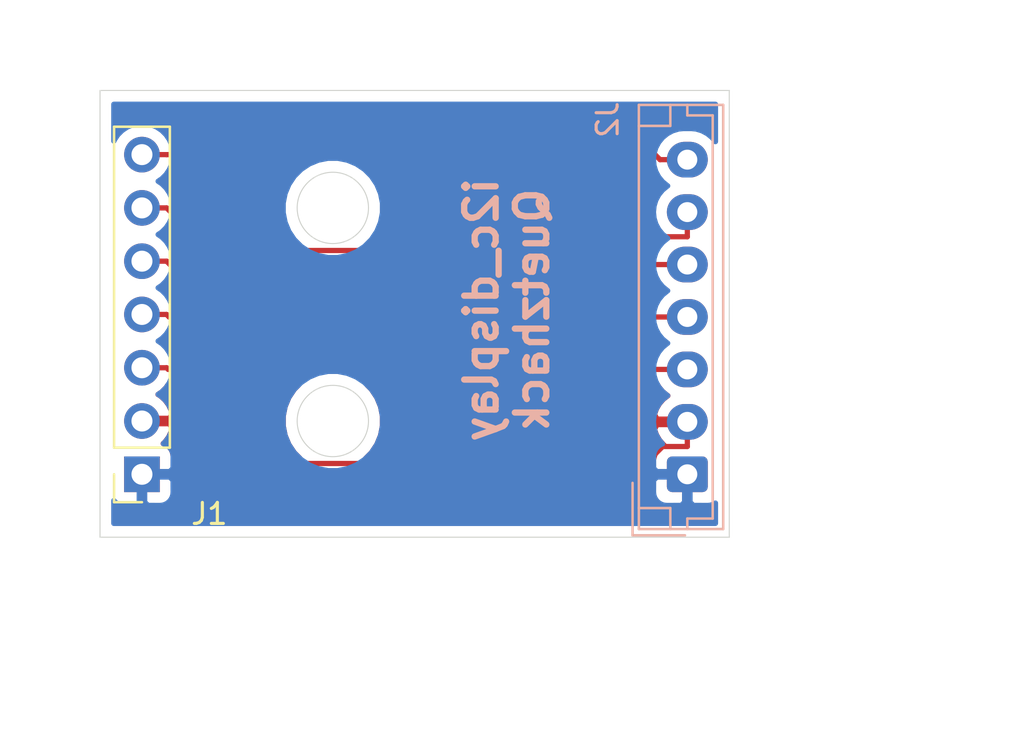
<source format=kicad_pcb>
(kicad_pcb (version 20171130) (host pcbnew 5.1.6-c6e7f7d~87~ubuntu20.04.1)

  (general
    (thickness 1.6)
    (drawings 10)
    (tracks 26)
    (zones 0)
    (modules 2)
    (nets 8)
  )

  (page A4)
  (layers
    (0 F.Cu signal)
    (31 B.Cu signal)
    (32 B.Adhes user)
    (33 F.Adhes user)
    (34 B.Paste user)
    (35 F.Paste user)
    (36 B.SilkS user)
    (37 F.SilkS user)
    (38 B.Mask user)
    (39 F.Mask user)
    (40 Dwgs.User user)
    (41 Cmts.User user)
    (42 Eco1.User user)
    (43 Eco2.User user)
    (44 Edge.Cuts user)
    (45 Margin user)
    (46 B.CrtYd user)
    (47 F.CrtYd user)
    (48 B.Fab user)
    (49 F.Fab user)
  )

  (setup
    (last_trace_width 0.25)
    (trace_clearance 0.2)
    (zone_clearance 0.508)
    (zone_45_only no)
    (trace_min 0.2)
    (via_size 0.8)
    (via_drill 0.4)
    (via_min_size 0.4)
    (via_min_drill 0.3)
    (uvia_size 0.3)
    (uvia_drill 0.1)
    (uvias_allowed no)
    (uvia_min_size 0.2)
    (uvia_min_drill 0.1)
    (edge_width 0.05)
    (segment_width 0.2)
    (pcb_text_width 0.3)
    (pcb_text_size 1.5 1.5)
    (mod_edge_width 0.12)
    (mod_text_size 1 1)
    (mod_text_width 0.15)
    (pad_size 1.7 1.7)
    (pad_drill 1)
    (pad_to_mask_clearance 0.05)
    (aux_axis_origin 168.01084 117.88648)
    (visible_elements FFFFFF7F)
    (pcbplotparams
      (layerselection 0x010fc_ffffffff)
      (usegerberextensions false)
      (usegerberattributes true)
      (usegerberadvancedattributes true)
      (creategerberjobfile true)
      (excludeedgelayer true)
      (linewidth 0.100000)
      (plotframeref false)
      (viasonmask false)
      (mode 1)
      (useauxorigin true)
      (hpglpennumber 1)
      (hpglpenspeed 20)
      (hpglpendiameter 15.000000)
      (psnegative false)
      (psa4output false)
      (plotreference true)
      (plotvalue true)
      (plotinvisibletext false)
      (padsonsilk false)
      (subtractmaskfromsilk false)
      (outputformat 1)
      (mirror false)
      (drillshape 0)
      (scaleselection 1)
      (outputdirectory "gerber/"))
  )

  (net 0 "")
  (net 1 1)
  (net 2 2)
  (net 3 3)
  (net 4 4)
  (net 5 5)
  (net 6 6)
  (net 7 7)

  (net_class Default "This is the default net class."
    (clearance 0.2)
    (trace_width 0.25)
    (via_dia 0.8)
    (via_drill 0.4)
    (uvia_dia 0.3)
    (uvia_drill 0.1)
    (add_net 1)
    (add_net 2)
    (add_net 3)
    (add_net 4)
    (add_net 5)
    (add_net 6)
    (add_net 7)
  )

  (module Connector_PinSocket_2.54mm:PinSocket_1x07_P2.54mm_Vertical (layer F.Cu) (tedit 626BEA8D) (tstamp 626BE3A6)
    (at 170 115 180)
    (descr "Through hole straight socket strip, 1x07, 2.54mm pitch, single row (from Kicad 4.0.7), script generated")
    (tags "Through hole socket strip THT 1x07 2.54mm single row")
    (path /626AE2E1)
    (fp_text reference J1 (at -3.21276 -1.88572) (layer F.SilkS)
      (effects (font (size 1 1) (thickness 0.15)))
    )
    (fp_text value Conn_01x07_Male (at 0 18.01) (layer F.Fab)
      (effects (font (size 1 1) (thickness 0.15)))
    )
    (fp_line (start -1.8 17) (end -1.8 -1.8) (layer F.CrtYd) (width 0.05))
    (fp_line (start 1.75 17) (end -1.8 17) (layer F.CrtYd) (width 0.05))
    (fp_line (start 1.75 -1.8) (end 1.75 17) (layer F.CrtYd) (width 0.05))
    (fp_line (start -1.8 -1.8) (end 1.75 -1.8) (layer F.CrtYd) (width 0.05))
    (fp_line (start 0 -1.33) (end 1.33 -1.33) (layer F.SilkS) (width 0.12))
    (fp_line (start 1.33 -1.33) (end 1.33 0) (layer F.SilkS) (width 0.12))
    (fp_line (start 1.33 1.27) (end 1.33 16.57) (layer F.SilkS) (width 0.12))
    (fp_line (start -1.33 16.57) (end 1.33 16.57) (layer F.SilkS) (width 0.12))
    (fp_line (start -1.33 1.27) (end -1.33 16.57) (layer F.SilkS) (width 0.12))
    (fp_line (start -1.33 1.27) (end 1.33 1.27) (layer F.SilkS) (width 0.12))
    (fp_line (start -1.27 16.51) (end -1.27 -1.27) (layer F.Fab) (width 0.1))
    (fp_line (start 1.27 16.51) (end -1.27 16.51) (layer F.Fab) (width 0.1))
    (fp_line (start 1.27 -0.635) (end 1.27 16.51) (layer F.Fab) (width 0.1))
    (fp_line (start 0.635 -1.27) (end 1.27 -0.635) (layer F.Fab) (width 0.1))
    (fp_line (start -1.27 -1.27) (end 0.635 -1.27) (layer F.Fab) (width 0.1))
    (fp_text user %R (at 0 7.62 90) (layer F.Fab)
      (effects (font (size 1 1) (thickness 0.15)))
    )
    (pad 1 thru_hole rect (at 0 0 180) (size 1.7 1.7) (drill 1) (layers *.Cu *.Mask)
      (net 1 1))
    (pad 2 thru_hole oval (at 0 2.54 180) (size 1.7 1.7) (drill 1) (layers *.Cu *.Mask)
      (net 2 2))
    (pad 3 thru_hole oval (at 0 5.08 180) (size 1.7 1.7) (drill 1) (layers *.Cu *.Mask)
      (net 3 3))
    (pad 4 thru_hole oval (at 0 7.62 180) (size 1.7 1.7) (drill 1) (layers *.Cu *.Mask)
      (net 4 4))
    (pad 5 thru_hole oval (at 0 10.16 180) (size 1.7 1.7) (drill 1) (layers *.Cu *.Mask)
      (net 5 5))
    (pad 6 thru_hole oval (at 0 12.7 180) (size 1.7 1.7) (drill 1) (layers *.Cu *.Mask)
      (net 6 6))
    (pad 7 thru_hole oval (at 0 15.24 180) (size 1.7 1.7) (drill 1) (layers *.Cu *.Mask)
      (net 7 7))
    (model ${KISYS3DMOD}/Connector_PinSocket_2.54mm.3dshapes/PinSocket_1x07_P2.54mm_Vertical.wrl
      (at (xyz 0 0 0))
      (scale (xyz 1 1 1))
      (rotate (xyz 0 0 0))
    )
  )

  (module Connector_JST:JST_EH_B7B-EH-A_1x07_P2.50mm_Vertical (layer B.Cu) (tedit 5C28142D) (tstamp 626BE3CB)
    (at 196 115 90)
    (descr "JST EH series connector, B7B-EH-A (http://www.jst-mfg.com/product/pdf/eng/eEH.pdf), generated with kicad-footprint-generator")
    (tags "connector JST EH vertical")
    (path /626AEECC)
    (fp_text reference J2 (at 16.90604 -3.80148 -90) (layer B.SilkS)
      (effects (font (size 1 1) (thickness 0.15)) (justify mirror))
    )
    (fp_text value Conn_01x07_Male (at 7.5 -3.4 -90) (layer B.Fab)
      (effects (font (size 1 1) (thickness 0.15)) (justify mirror))
    )
    (fp_line (start -2.91 -2.61) (end -0.41 -2.61) (layer B.Fab) (width 0.1))
    (fp_line (start -2.91 -0.11) (end -2.91 -2.61) (layer B.Fab) (width 0.1))
    (fp_line (start -2.91 -2.61) (end -0.41 -2.61) (layer B.SilkS) (width 0.12))
    (fp_line (start -2.91 -0.11) (end -2.91 -2.61) (layer B.SilkS) (width 0.12))
    (fp_line (start 16.61 -0.81) (end 16.61 -2.31) (layer B.SilkS) (width 0.12))
    (fp_line (start 17.61 -0.81) (end 16.61 -0.81) (layer B.SilkS) (width 0.12))
    (fp_line (start -1.61 -0.81) (end -1.61 -2.31) (layer B.SilkS) (width 0.12))
    (fp_line (start -2.61 -0.81) (end -1.61 -0.81) (layer B.SilkS) (width 0.12))
    (fp_line (start 17.11 0) (end 17.61 0) (layer B.SilkS) (width 0.12))
    (fp_line (start 17.11 1.21) (end 17.11 0) (layer B.SilkS) (width 0.12))
    (fp_line (start -2.11 1.21) (end 17.11 1.21) (layer B.SilkS) (width 0.12))
    (fp_line (start -2.11 0) (end -2.11 1.21) (layer B.SilkS) (width 0.12))
    (fp_line (start -2.61 0) (end -2.11 0) (layer B.SilkS) (width 0.12))
    (fp_line (start 17.61 1.71) (end -2.61 1.71) (layer B.SilkS) (width 0.12))
    (fp_line (start 17.61 -2.31) (end 17.61 1.71) (layer B.SilkS) (width 0.12))
    (fp_line (start -2.61 -2.31) (end 17.61 -2.31) (layer B.SilkS) (width 0.12))
    (fp_line (start -2.61 1.71) (end -2.61 -2.31) (layer B.SilkS) (width 0.12))
    (fp_line (start 18 2.1) (end -3 2.1) (layer B.CrtYd) (width 0.05))
    (fp_line (start 18 -2.7) (end 18 2.1) (layer B.CrtYd) (width 0.05))
    (fp_line (start -3 -2.7) (end 18 -2.7) (layer B.CrtYd) (width 0.05))
    (fp_line (start -3 2.1) (end -3 -2.7) (layer B.CrtYd) (width 0.05))
    (fp_line (start 17.5 1.6) (end -2.5 1.6) (layer B.Fab) (width 0.1))
    (fp_line (start 17.5 -2.2) (end 17.5 1.6) (layer B.Fab) (width 0.1))
    (fp_line (start -2.5 -2.2) (end 17.5 -2.2) (layer B.Fab) (width 0.1))
    (fp_line (start -2.5 1.6) (end -2.5 -2.2) (layer B.Fab) (width 0.1))
    (fp_text user %R (at 7.5 -1.5 -90) (layer B.Fab)
      (effects (font (size 1 1) (thickness 0.15)) (justify mirror))
    )
    (pad 1 thru_hole roundrect (at 0 0 90) (size 1.7 1.95) (drill 0.95) (layers *.Cu *.Mask) (roundrect_rratio 0.147059)
      (net 1 1))
    (pad 2 thru_hole oval (at 2.5 0 90) (size 1.7 1.95) (drill 0.95) (layers *.Cu *.Mask)
      (net 2 2))
    (pad 3 thru_hole oval (at 5 0 90) (size 1.7 1.95) (drill 0.95) (layers *.Cu *.Mask)
      (net 3 3))
    (pad 4 thru_hole oval (at 7.5 0 90) (size 1.7 1.95) (drill 0.95) (layers *.Cu *.Mask)
      (net 4 4))
    (pad 5 thru_hole oval (at 10 0 90) (size 1.7 1.95) (drill 0.95) (layers *.Cu *.Mask)
      (net 5 5))
    (pad 6 thru_hole oval (at 12.5 0 90) (size 1.7 1.95) (drill 0.95) (layers *.Cu *.Mask)
      (net 6 6))
    (pad 7 thru_hole oval (at 15 0 90) (size 1.7 1.95) (drill 0.95) (layers *.Cu *.Mask)
      (net 7 7))
    (model ${KISYS3DMOD}/Connector_JST.3dshapes/JST_EH_B7B-EH-A_1x07_P2.50mm_Vertical.wrl
      (at (xyz 0 0 0))
      (scale (xyz 1 1 1))
      (rotate (xyz 0 0 0))
    )
  )

  (gr_text "i2c_display\nQuetzhack" (at 187.39104 107.1626 90) (layer B.SilkS)
    (effects (font (size 1.5 1.5) (thickness 0.3)) (justify mirror))
  )
  (dimension 30.022804 (width 0.15) (layer Dwgs.User)
    (gr_text "30,023 mm" (at 183.012597 129.011228 0.02908414954) (layer Dwgs.User) (tstamp 626BE9BA)
      (effects (font (size 1 1) (thickness 0.15)))
    )
    (feature1 (pts (xy 198.0184 117.97792) (xy 198.023635 128.290028)))
    (feature2 (pts (xy 167.9956 117.99316) (xy 168.000835 128.305268)))
    (crossbar (pts (xy 168.000537 127.718848) (xy 198.023337 127.703608)))
    (arrow1a (pts (xy 198.023337 127.703608) (xy 196.897131 128.2906)))
    (arrow1b (pts (xy 198.023337 127.703608) (xy 196.896536 127.117759)))
    (arrow2a (pts (xy 168.000537 127.718848) (xy 169.127338 128.304697)))
    (arrow2b (pts (xy 168.000537 127.718848) (xy 169.126743 127.131856)))
  )
  (dimension 3.64236 (width 0.15) (layer Dwgs.User)
    (gr_text "3,642 mm" (at 169.97426 93.0864) (layer Dwgs.User) (tstamp 626BEAC2)
      (effects (font (size 1 1) (thickness 0.15)))
    )
    (feature1 (pts (xy 168.15308 98.08464) (xy 168.15308 93.799979)))
    (feature2 (pts (xy 171.79544 98.08464) (xy 171.79544 93.799979)))
    (crossbar (pts (xy 171.79544 94.3864) (xy 168.15308 94.3864)))
    (arrow1a (pts (xy 168.15308 94.3864) (xy 169.279584 93.799979)))
    (arrow1b (pts (xy 168.15308 94.3864) (xy 169.279584 94.972821)))
    (arrow2a (pts (xy 171.79544 94.3864) (xy 170.668936 93.799979)))
    (arrow2b (pts (xy 171.79544 94.3864) (xy 170.668936 94.972821)))
  )
  (gr_circle (center 179.1 112.46) (end 180.8 112.46) (layer Edge.Cuts) (width 0.05))
  (gr_circle (center 179.1 102.3) (end 180.8 102.3) (layer Edge.Cuts) (width 0.05))
  (dimension 21.29537 (width 0.15) (layer Dwgs.User)
    (gr_text "21,295 mm" (at 210.6959 107.362685 89.94532847) (layer Dwgs.User)
      (effects (font (size 1 1) (thickness 0.15)))
    )
    (feature1 (pts (xy 197.99808 96.70288) (xy 209.992481 96.714325)))
    (feature2 (pts (xy 197.97776 117.99824) (xy 209.972161 118.009685)))
    (crossbar (pts (xy 209.385741 118.009125) (xy 209.406061 96.713765)))
    (arrow1a (pts (xy 209.406061 96.713765) (xy 209.991407 97.840828)))
    (arrow1b (pts (xy 209.406061 96.713765) (xy 208.818566 97.839709)))
    (arrow2a (pts (xy 209.385741 118.009125) (xy 209.973236 116.883181)))
    (arrow2b (pts (xy 209.385741 118.009125) (xy 208.800395 116.882062)))
  )
  (gr_line (start 168 96.7) (end 168 118) (layer Edge.Cuts) (width 0.05) (tstamp 626BE642))
  (gr_line (start 168 96.7) (end 198 96.7) (layer Edge.Cuts) (width 0.05))
  (gr_line (start 198 96.7) (end 198 118) (layer Edge.Cuts) (width 0.05))
  (gr_line (start 168 118) (end 198 118) (layer Edge.Cuts) (width 0.05))

  (segment (start 196 115) (end 170 115) (width 0.25) (layer F.Cu) (net 1))
  (segment (start 170 112.46) (end 171.1753 112.46) (width 0.25) (layer F.Cu) (net 2))
  (segment (start 196 112.5) (end 196 113.6753) (width 0.25) (layer F.Cu) (net 2))
  (segment (start 196 113.6753) (end 194.8247 113.6753) (width 0.25) (layer F.Cu) (net 2))
  (segment (start 194.8247 113.6753) (end 194.0145 114.4855) (width 0.25) (layer F.Cu) (net 2))
  (segment (start 194.0145 114.4855) (end 173.2008 114.4855) (width 0.25) (layer F.Cu) (net 2))
  (segment (start 173.2008 114.4855) (end 171.1753 112.46) (width 0.25) (layer F.Cu) (net 2))
  (segment (start 170 109.92) (end 171.1753 109.92) (width 0.25) (layer F.Cu) (net 3))
  (segment (start 196 110) (end 171.2553 110) (width 0.25) (layer F.Cu) (net 3))
  (segment (start 171.2553 110) (end 171.1753 109.92) (width 0.25) (layer F.Cu) (net 3))
  (segment (start 170 107.38) (end 171.1753 107.38) (width 0.25) (layer F.Cu) (net 4))
  (segment (start 196 107.5) (end 171.2953 107.5) (width 0.25) (layer F.Cu) (net 4))
  (segment (start 171.2953 107.5) (end 171.1753 107.38) (width 0.25) (layer F.Cu) (net 4))
  (segment (start 170 104.84) (end 171.1753 104.84) (width 0.25) (layer F.Cu) (net 5))
  (segment (start 196 105) (end 171.3353 105) (width 0.25) (layer F.Cu) (net 5))
  (segment (start 171.3353 105) (end 171.1753 104.84) (width 0.25) (layer F.Cu) (net 5))
  (segment (start 170 102.3) (end 171.1753 102.3) (width 0.25) (layer F.Cu) (net 6))
  (segment (start 196 102.5) (end 196 103.6753) (width 0.25) (layer F.Cu) (net 6))
  (segment (start 196 103.6753) (end 194.8247 103.6753) (width 0.25) (layer F.Cu) (net 6))
  (segment (start 194.8247 103.6753) (end 194.1695 104.3305) (width 0.25) (layer F.Cu) (net 6))
  (segment (start 194.1695 104.3305) (end 173.2058 104.3305) (width 0.25) (layer F.Cu) (net 6))
  (segment (start 173.2058 104.3305) (end 171.1753 102.3) (width 0.25) (layer F.Cu) (net 6))
  (segment (start 196 100) (end 194.6997 100) (width 0.25) (layer F.Cu) (net 7))
  (segment (start 194.6997 100) (end 194.4597 99.76) (width 0.25) (layer F.Cu) (net 7))
  (segment (start 194.4597 99.76) (end 171.1753 99.76) (width 0.25) (layer F.Cu) (net 7))
  (segment (start 170 99.76) (end 171.1753 99.76) (width 0.25) (layer F.Cu) (net 7))

  (zone (net 2) (net_name 2) (layer F.Cu) (tstamp 626C1088) (hatch edge 0.508)
    (connect_pads (clearance 0.508))
    (min_thickness 0.254)
    (fill yes (arc_segments 32) (thermal_gap 0.508) (thermal_bridge_width 0.508))
    (polygon
      (pts
        (xy 198.00824 96.75876) (xy 197.90156 117.99316) (xy 167.90416 117.99316) (xy 168.11752 96.68256)
      )
    )
    (filled_polygon
      (pts
        (xy 177.260235 110.950144) (xy 177.001027 111.338076) (xy 176.822482 111.769122) (xy 176.73146 112.226719) (xy 176.73146 112.693281)
        (xy 176.822482 113.150878) (xy 177.001027 113.581924) (xy 177.260235 113.969856) (xy 177.530379 114.24) (xy 171.488072 114.24)
        (xy 171.488072 114.15) (xy 171.475812 114.025518) (xy 171.439502 113.90582) (xy 171.380537 113.795506) (xy 171.301185 113.698815)
        (xy 171.204494 113.619463) (xy 171.09418 113.560498) (xy 171.013534 113.536034) (xy 171.097588 113.460269) (xy 171.271641 113.22692)
        (xy 171.396825 112.964099) (xy 171.441476 112.81689) (xy 171.320155 112.587) (xy 170.127 112.587) (xy 170.127 112.607)
        (xy 169.873 112.607) (xy 169.873 112.587) (xy 169.853 112.587) (xy 169.853 112.333) (xy 169.873 112.333)
        (xy 169.873 112.313) (xy 170.127 112.313) (xy 170.127 112.333) (xy 171.320155 112.333) (xy 171.441476 112.10311)
        (xy 171.396825 111.955901) (xy 171.271641 111.69308) (xy 171.097588 111.459731) (xy 170.881355 111.264822) (xy 170.764466 111.195195)
        (xy 170.946632 111.073475) (xy 171.153475 110.866632) (xy 171.224308 110.760624) (xy 171.255299 110.763676) (xy 171.292622 110.76)
        (xy 177.450379 110.76)
      )
    )
    (filled_polygon
      (pts
        (xy 194.634294 110.829014) (xy 194.819866 111.055134) (xy 195.045986 111.240706) (xy 195.071722 111.254462) (xy 194.865571 111.410951)
        (xy 194.672504 111.628807) (xy 194.525648 111.880142) (xy 194.433524 112.14311) (xy 194.554845 112.373) (xy 195.873 112.373)
        (xy 195.873 112.353) (xy 196.127 112.353) (xy 196.127 112.373) (xy 196.147 112.373) (xy 196.147 112.627)
        (xy 196.127 112.627) (xy 196.127 112.647) (xy 195.873 112.647) (xy 195.873 112.627) (xy 194.554845 112.627)
        (xy 194.433524 112.85689) (xy 194.525648 113.119858) (xy 194.672504 113.371193) (xy 194.865571 113.589049) (xy 194.886961 113.605286)
        (xy 194.781614 113.661595) (xy 194.647038 113.772038) (xy 194.536595 113.906614) (xy 194.454528 114.06015) (xy 194.403992 114.226746)
        (xy 194.402687 114.24) (xy 180.669621 114.24) (xy 180.939765 113.969856) (xy 181.198973 113.581924) (xy 181.377518 113.150878)
        (xy 181.46854 112.693281) (xy 181.46854 112.226719) (xy 181.377518 111.769122) (xy 181.198973 111.338076) (xy 180.939765 110.950144)
        (xy 180.749621 110.76) (xy 194.597405 110.76)
      )
    )
  )
  (zone (net 1) (net_name 1) (layer B.Cu) (tstamp 626C1085) (hatch edge 0.508)
    (connect_pads (clearance 0.508))
    (min_thickness 0.254)
    (fill yes (arc_segments 32) (thermal_gap 0.508) (thermal_bridge_width 0.508))
    (polygon
      (pts
        (xy 197.97268 96.7994) (xy 197.866 117.9068) (xy 168.08196 117.92204) (xy 168.08196 96.7232)
      )
    )
    (filled_polygon
      (pts
        (xy 197.34 99.139663) (xy 197.180134 98.944866) (xy 196.954014 98.759294) (xy 196.696034 98.621401) (xy 196.416111 98.536487)
        (xy 196.19795 98.515) (xy 195.80205 98.515) (xy 195.583889 98.536487) (xy 195.303966 98.621401) (xy 195.045986 98.759294)
        (xy 194.819866 98.944866) (xy 194.634294 99.170986) (xy 194.496401 99.428966) (xy 194.411487 99.708889) (xy 194.382815 100)
        (xy 194.411487 100.291111) (xy 194.496401 100.571034) (xy 194.634294 100.829014) (xy 194.819866 101.055134) (xy 195.045986 101.240706)
        (xy 195.063374 101.25) (xy 195.045986 101.259294) (xy 194.819866 101.444866) (xy 194.634294 101.670986) (xy 194.496401 101.928966)
        (xy 194.411487 102.208889) (xy 194.382815 102.5) (xy 194.411487 102.791111) (xy 194.496401 103.071034) (xy 194.634294 103.329014)
        (xy 194.819866 103.555134) (xy 195.045986 103.740706) (xy 195.063374 103.75) (xy 195.045986 103.759294) (xy 194.819866 103.944866)
        (xy 194.634294 104.170986) (xy 194.496401 104.428966) (xy 194.411487 104.708889) (xy 194.382815 105) (xy 194.411487 105.291111)
        (xy 194.496401 105.571034) (xy 194.634294 105.829014) (xy 194.819866 106.055134) (xy 195.045986 106.240706) (xy 195.063374 106.25)
        (xy 195.045986 106.259294) (xy 194.819866 106.444866) (xy 194.634294 106.670986) (xy 194.496401 106.928966) (xy 194.411487 107.208889)
        (xy 194.382815 107.5) (xy 194.411487 107.791111) (xy 194.496401 108.071034) (xy 194.634294 108.329014) (xy 194.819866 108.555134)
        (xy 195.045986 108.740706) (xy 195.063374 108.75) (xy 195.045986 108.759294) (xy 194.819866 108.944866) (xy 194.634294 109.170986)
        (xy 194.496401 109.428966) (xy 194.411487 109.708889) (xy 194.382815 110) (xy 194.411487 110.291111) (xy 194.496401 110.571034)
        (xy 194.634294 110.829014) (xy 194.819866 111.055134) (xy 195.045986 111.240706) (xy 195.063374 111.25) (xy 195.045986 111.259294)
        (xy 194.819866 111.444866) (xy 194.634294 111.670986) (xy 194.496401 111.928966) (xy 194.411487 112.208889) (xy 194.382815 112.5)
        (xy 194.411487 112.791111) (xy 194.496401 113.071034) (xy 194.634294 113.329014) (xy 194.815608 113.549945) (xy 194.78082 113.560498)
        (xy 194.670506 113.619463) (xy 194.573815 113.698815) (xy 194.494463 113.795506) (xy 194.435498 113.90582) (xy 194.399188 114.025518)
        (xy 194.386928 114.15) (xy 194.39 114.71425) (xy 194.54875 114.873) (xy 195.873 114.873) (xy 195.873 114.853)
        (xy 196.127 114.853) (xy 196.127 114.873) (xy 196.147 114.873) (xy 196.147 115.127) (xy 196.127 115.127)
        (xy 196.127 116.32625) (xy 196.28575 116.485) (xy 196.975 116.488072) (xy 197.099482 116.475812) (xy 197.21918 116.439502)
        (xy 197.329494 116.380537) (xy 197.340001 116.371914) (xy 197.340001 117.34) (xy 168.66 117.34) (xy 168.66 116.253889)
        (xy 168.698815 116.301185) (xy 168.795506 116.380537) (xy 168.90582 116.439502) (xy 169.025518 116.475812) (xy 169.15 116.488072)
        (xy 169.71425 116.485) (xy 169.873 116.32625) (xy 169.873 115.127) (xy 170.127 115.127) (xy 170.127 116.32625)
        (xy 170.28575 116.485) (xy 170.85 116.488072) (xy 170.974482 116.475812) (xy 171.09418 116.439502) (xy 171.204494 116.380537)
        (xy 171.301185 116.301185) (xy 171.380537 116.204494) (xy 171.439502 116.09418) (xy 171.475812 115.974482) (xy 171.488072 115.85)
        (xy 194.386928 115.85) (xy 194.399188 115.974482) (xy 194.435498 116.09418) (xy 194.494463 116.204494) (xy 194.573815 116.301185)
        (xy 194.670506 116.380537) (xy 194.78082 116.439502) (xy 194.900518 116.475812) (xy 195.025 116.488072) (xy 195.71425 116.485)
        (xy 195.873 116.32625) (xy 195.873 115.127) (xy 194.54875 115.127) (xy 194.39 115.28575) (xy 194.386928 115.85)
        (xy 171.488072 115.85) (xy 171.485 115.28575) (xy 171.32625 115.127) (xy 170.127 115.127) (xy 169.873 115.127)
        (xy 169.853 115.127) (xy 169.853 114.873) (xy 169.873 114.873) (xy 169.873 114.853) (xy 170.127 114.853)
        (xy 170.127 114.873) (xy 171.32625 114.873) (xy 171.485 114.71425) (xy 171.488072 114.15) (xy 171.475812 114.025518)
        (xy 171.439502 113.90582) (xy 171.380537 113.795506) (xy 171.301185 113.698815) (xy 171.204494 113.619463) (xy 171.09418 113.560498)
        (xy 171.02162 113.538487) (xy 171.153475 113.406632) (xy 171.31599 113.163411) (xy 171.427932 112.893158) (xy 171.485 112.60626)
        (xy 171.485 112.31374) (xy 171.467691 112.226719) (xy 176.73146 112.226719) (xy 176.73146 112.693281) (xy 176.822482 113.150878)
        (xy 177.001027 113.581924) (xy 177.260235 113.969856) (xy 177.590144 114.299765) (xy 177.978076 114.558973) (xy 178.409122 114.737518)
        (xy 178.866719 114.82854) (xy 179.333281 114.82854) (xy 179.790878 114.737518) (xy 180.221924 114.558973) (xy 180.609856 114.299765)
        (xy 180.939765 113.969856) (xy 181.198973 113.581924) (xy 181.377518 113.150878) (xy 181.46854 112.693281) (xy 181.46854 112.226719)
        (xy 181.377518 111.769122) (xy 181.198973 111.338076) (xy 180.939765 110.950144) (xy 180.609856 110.620235) (xy 180.221924 110.361027)
        (xy 179.790878 110.182482) (xy 179.333281 110.09146) (xy 178.866719 110.09146) (xy 178.409122 110.182482) (xy 177.978076 110.361027)
        (xy 177.590144 110.620235) (xy 177.260235 110.950144) (xy 177.001027 111.338076) (xy 176.822482 111.769122) (xy 176.73146 112.226719)
        (xy 171.467691 112.226719) (xy 171.427932 112.026842) (xy 171.31599 111.756589) (xy 171.153475 111.513368) (xy 170.946632 111.306525)
        (xy 170.77224 111.19) (xy 170.946632 111.073475) (xy 171.153475 110.866632) (xy 171.31599 110.623411) (xy 171.427932 110.353158)
        (xy 171.485 110.06626) (xy 171.485 109.77374) (xy 171.427932 109.486842) (xy 171.31599 109.216589) (xy 171.153475 108.973368)
        (xy 170.946632 108.766525) (xy 170.77224 108.65) (xy 170.946632 108.533475) (xy 171.153475 108.326632) (xy 171.31599 108.083411)
        (xy 171.427932 107.813158) (xy 171.485 107.52626) (xy 171.485 107.23374) (xy 171.427932 106.946842) (xy 171.31599 106.676589)
        (xy 171.153475 106.433368) (xy 170.946632 106.226525) (xy 170.77224 106.11) (xy 170.946632 105.993475) (xy 171.153475 105.786632)
        (xy 171.31599 105.543411) (xy 171.427932 105.273158) (xy 171.485 104.98626) (xy 171.485 104.69374) (xy 171.427932 104.406842)
        (xy 171.31599 104.136589) (xy 171.153475 103.893368) (xy 170.946632 103.686525) (xy 170.77224 103.57) (xy 170.946632 103.453475)
        (xy 171.153475 103.246632) (xy 171.31599 103.003411) (xy 171.427932 102.733158) (xy 171.485 102.44626) (xy 171.485 102.15374)
        (xy 171.467691 102.066719) (xy 176.73146 102.066719) (xy 176.73146 102.533281) (xy 176.822482 102.990878) (xy 177.001027 103.421924)
        (xy 177.260235 103.809856) (xy 177.590144 104.139765) (xy 177.978076 104.398973) (xy 178.409122 104.577518) (xy 178.866719 104.66854)
        (xy 179.333281 104.66854) (xy 179.790878 104.577518) (xy 180.221924 104.398973) (xy 180.609856 104.139765) (xy 180.939765 103.809856)
        (xy 181.198973 103.421924) (xy 181.377518 102.990878) (xy 181.46854 102.533281) (xy 181.46854 102.066719) (xy 181.377518 101.609122)
        (xy 181.198973 101.178076) (xy 180.939765 100.790144) (xy 180.609856 100.460235) (xy 180.221924 100.201027) (xy 179.790878 100.022482)
        (xy 179.333281 99.93146) (xy 178.866719 99.93146) (xy 178.409122 100.022482) (xy 177.978076 100.201027) (xy 177.590144 100.460235)
        (xy 177.260235 100.790144) (xy 177.001027 101.178076) (xy 176.822482 101.609122) (xy 176.73146 102.066719) (xy 171.467691 102.066719)
        (xy 171.427932 101.866842) (xy 171.31599 101.596589) (xy 171.153475 101.353368) (xy 170.946632 101.146525) (xy 170.77224 101.03)
        (xy 170.946632 100.913475) (xy 171.153475 100.706632) (xy 171.31599 100.463411) (xy 171.427932 100.193158) (xy 171.485 99.90626)
        (xy 171.485 99.61374) (xy 171.427932 99.326842) (xy 171.31599 99.056589) (xy 171.153475 98.813368) (xy 170.946632 98.606525)
        (xy 170.703411 98.44401) (xy 170.433158 98.332068) (xy 170.14626 98.275) (xy 169.85374 98.275) (xy 169.566842 98.332068)
        (xy 169.296589 98.44401) (xy 169.053368 98.606525) (xy 168.846525 98.813368) (xy 168.68401 99.056589) (xy 168.66 99.114555)
        (xy 168.66 97.36) (xy 197.34 97.36)
      )
    )
  )
)

</source>
